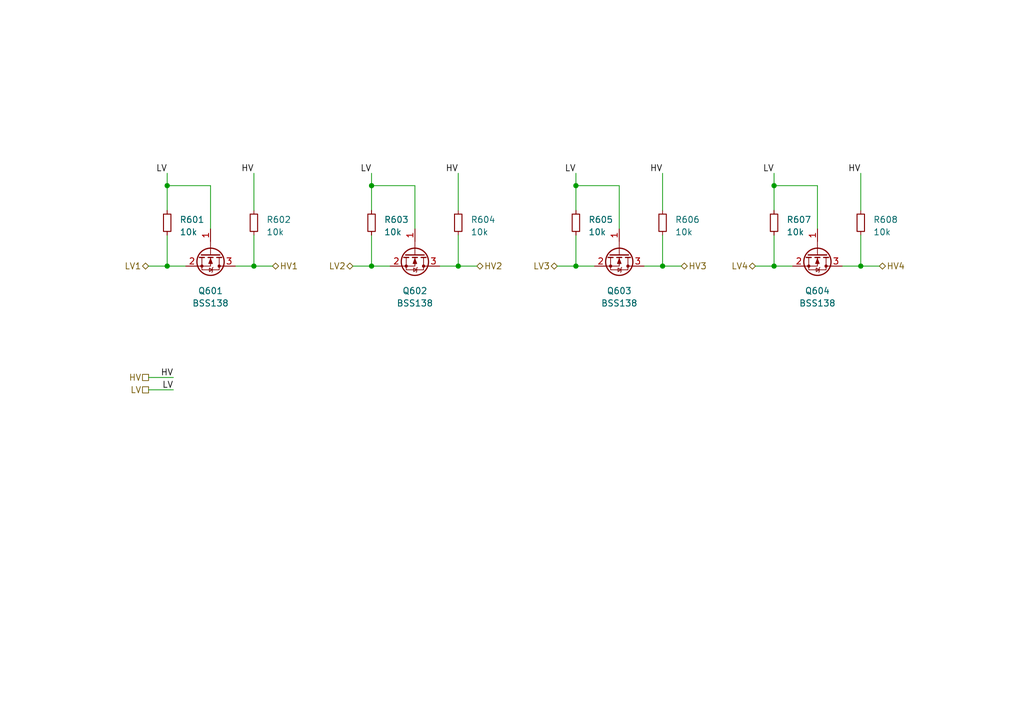
<source format=kicad_sch>
(kicad_sch (version 20230121) (generator eeschema)
  (paper "A5")
  (lib_symbols
    (symbol "Device:R_Small" (pin_numbers hide) (pin_names (offset 0.254) hide)
      (property "Reference" "R" (at 0.762 0.508 0))
      (property "Value" "R_Small" (at 0.762 -1.016 0))
      (symbol "R_Small_0_1"
        (rectangle (start -0.762 1.778) (end 0.762 -1.778) (stroke (width 0.2032)))
      )
      (symbol "R_Small_1_1"
        (pin passive line (at 0 2.54 270) (length 0.762) (name "~") (number "1"))
        (pin passive line (at 0 -2.54 90) (length 0.762) (name "~") (number "2"))
      )
    )
    (symbol "Transistor_FET:BSS138" (pin_names hide)
      (property "Reference" "Q" (at 5.08 1.905 0))
      (property "Value" "BSS138" (at 5.08 0 0))
      (symbol "BSS138_0_1"
        (polyline (pts (xy 0.254 0) (xy -2.54 0)))
        (polyline (pts (xy 0.254 1.905) (xy 0.254 -1.905)) (stroke (width 0.254)))
        (polyline (pts (xy 0.762 -1.27) (xy 0.762 -2.286)) (stroke (width 0.254)))
        (polyline (pts (xy 0.762 0.508) (xy 0.762 -0.508)) (stroke (width 0.254)))
        (polyline (pts (xy 0.762 2.286) (xy 0.762 1.27)) (stroke (width 0.254)))
        (polyline (pts (xy 2.54 2.54) (xy 2.54 1.778)))
        (polyline (pts (xy 2.54 -2.54) (xy 2.54 0) (xy 0.762 0)))
        (polyline (pts (xy 0.762 -1.778) (xy 3.302 -1.778) (xy 3.302 1.778) (xy 0.762 1.778)))
        (polyline (pts (xy 1.016 0) (xy 2.032 0.381) (xy 2.032 -0.381) (xy 1.016 0)) (fill (type outline)))
        (polyline (pts (xy 2.794 0.508) (xy 2.921 0.381) (xy 3.683 0.381) (xy 3.81 0.254)))
        (polyline (pts (xy 3.302 0.381) (xy 2.921 -0.254) (xy 3.683 -0.254) (xy 3.302 0.381)))
        (circle (center 1.651 0) (radius 2.794) (stroke (width 0.254)))
        (circle (center 2.54 -1.778) (radius 0.254) (fill (type outline)))
        (circle (center 2.54 1.778) (radius 0.254) (fill (type outline)))
      )
      (symbol "BSS138_1_1"
        (pin input line (at -5.08 0 0) (length 2.54) (name "G") (number "1"))
        (pin passive line (at 2.54 -5.08 90) (length 2.54) (name "S") (number "2"))
        (pin passive line (at 2.54 5.08 270) (length 2.54) (name "D") (number "3"))
      )
    )
  )
  (junction (at 76.2 38.1))
  (junction (at 176.53 54.61))
  (junction (at 52.07 54.61))
  (junction (at 158.75 54.61))
  (junction (at 34.29 54.61))
  (junction (at 93.98 54.61))
  (junction (at 158.75 38.1))
  (junction (at 34.29 38.1))
  (junction (at 76.2 54.61))
  (junction (at 118.11 38.1))
  (junction (at 118.11 54.61))
  (junction (at 135.89 54.61))
  (wire (pts (xy 118.11 35.56) (xy 118.11 38.1)))
  (wire (pts (xy 34.29 38.1) (xy 34.29 43.18)))
  (wire (pts (xy 114.3 54.61) (xy 118.11 54.61)))
  (wire (pts (xy 52.07 35.56) (xy 52.07 43.18)))
  (wire (pts (xy 158.75 54.61) (xy 162.56 54.61)))
  (wire (pts (xy 34.29 38.1) (xy 43.18 38.1)))
  (wire (pts (xy 72.39 54.61) (xy 76.2 54.61)))
  (wire (pts (xy 176.53 54.61) (xy 180.34 54.61)))
  (wire (pts (xy 127 46.99) (xy 127 38.1)))
  (wire (pts (xy 118.11 54.61) (xy 121.92 54.61)))
  (wire (pts (xy 34.29 48.26) (xy 34.29 54.61)))
  (wire (pts (xy 43.18 46.99) (xy 43.18 38.1)))
  (wire (pts (xy 52.07 54.61) (xy 55.88 54.61)))
  (wire (pts (xy 158.75 38.1) (xy 167.64 38.1)))
  (wire (pts (xy 154.94 54.61) (xy 158.75 54.61)))
  (wire (pts (xy 158.75 38.1) (xy 158.75 43.18)))
  (wire (pts (xy 34.29 35.56) (xy 34.29 38.1)))
  (wire (pts (xy 76.2 38.1) (xy 85.09 38.1)))
  (wire (pts (xy 158.75 48.26) (xy 158.75 54.61)))
  (wire (pts (xy 34.29 54.61) (xy 38.1 54.61)))
  (wire (pts (xy 85.09 46.99) (xy 85.09 38.1)))
  (wire (pts (xy 76.2 54.61) (xy 80.01 54.61)))
  (wire (pts (xy 135.89 35.56) (xy 135.89 43.18)))
  (wire (pts (xy 176.53 35.56) (xy 176.53 43.18)))
  (wire (pts (xy 167.64 46.99) (xy 167.64 38.1)))
  (wire (pts (xy 118.11 38.1) (xy 118.11 43.18)))
  (wire (pts (xy 172.72 54.61) (xy 176.53 54.61)))
  (wire (pts (xy 93.98 48.26) (xy 93.98 54.61)))
  (wire (pts (xy 30.48 77.47) (xy 35.56 77.47)))
  (wire (pts (xy 76.2 38.1) (xy 76.2 43.18)))
  (wire (pts (xy 30.48 80.01) (xy 35.56 80.01)))
  (wire (pts (xy 93.98 35.56) (xy 93.98 43.18)))
  (wire (pts (xy 93.98 54.61) (xy 97.79 54.61)))
  (wire (pts (xy 118.11 38.1) (xy 127 38.1)))
  (wire (pts (xy 52.07 48.26) (xy 52.07 54.61)))
  (wire (pts (xy 132.08 54.61) (xy 135.89 54.61)))
  (wire (pts (xy 176.53 48.26) (xy 176.53 54.61)))
  (wire (pts (xy 48.26 54.61) (xy 52.07 54.61)))
  (wire (pts (xy 135.89 48.26) (xy 135.89 54.61)))
  (wire (pts (xy 158.75 35.56) (xy 158.75 38.1)))
  (wire (pts (xy 135.89 54.61) (xy 139.7 54.61)))
  (wire (pts (xy 76.2 48.26) (xy 76.2 54.61)))
  (wire (pts (xy 90.17 54.61) (xy 93.98 54.61)))
  (wire (pts (xy 30.48 54.61) (xy 34.29 54.61)))
  (wire (pts (xy 76.2 35.56) (xy 76.2 38.1)))
  (wire (pts (xy 118.11 48.26) (xy 118.11 54.61)))
  (label "LV" (at 34.29 35.56 180))
  (label "HV" (at 52.07 35.56 180))
  (label "LV" (at 35.56 80.01 180))
  (label "HV" (at 176.53 35.56 180))
  (label "HV" (at 135.89 35.56 180))
  (label "LV" (at 158.75 35.56 180))
  (label "HV" (at 93.98 35.56 180))
  (label "LV" (at 76.2 35.56 180))
  (label "LV" (at 118.11 35.56 180))
  (label "HV" (at 35.56 77.47 180))
  (hierarchical_label "LV4" (shape bidirectional) (at 154.94 54.61 180))
  (hierarchical_label "HV2" (shape bidirectional) (at 97.79 54.61 0))
  (hierarchical_label "HV3" (shape bidirectional) (at 139.7 54.61 0))
  (hierarchical_label "HV1" (shape bidirectional) (at 55.88 54.61 0))
  (hierarchical_label "LV2" (shape bidirectional) (at 72.39 54.61 180))
  (hierarchical_label "HV4" (shape bidirectional) (at 180.34 54.61 0))
  (hierarchical_label "LV1" (shape bidirectional) (at 30.48 54.61 180))
  (hierarchical_label "LV" (shape passive) (at 30.48 80.01 180))
  (hierarchical_label "HV" (shape passive) (at 30.48 77.47 180))
  (hierarchical_label "LV3" (shape bidirectional) (at 114.3 54.61 180))
  (symbol (lib_id "Transistor_FET:BSS138") (at 167.64 52.07 270) (unit 1)
    (property "Reference" "Q604" (at 167.64 59.69 90))
    (property "Value" "BSS138" (at 167.64 62.23 90))
    (property "Footprint" "Package_TO_SOT_SMD:SOT-23" (effects hide))
    (property "Datasheet" "https://www.onsemi.com/pub/Collateral/BSS138-D.PDF" (effects hide))
  )
  (symbol (lib_id "Transistor_FET:BSS138") (at 85.09 52.07 270) (unit 1)
    (property "Reference" "Q602" (at 85.09 59.69 90))
    (property "Value" "BSS138" (at 85.09 62.23 90))
    (property "Footprint" "Package_TO_SOT_SMD:SOT-23" (effects hide))
    (property "Datasheet" "https://www.onsemi.com/pub/Collateral/BSS138-D.PDF" (effects hide))
  )
  (symbol (lib_id "Device:R_Small") (at 158.75 45.72 0) (unit 1)
    (property "Reference" "R607" (at 161.29 45.085 0) (effects (justify left)))
    (property "Value" "10k" (at 161.29 47.625 0) (effects (justify left)))
    (property "Footprint" "Resistor_SMD:R_0805_2012Metric_Pad1.20x1.40mm_HandSolder" (effects hide))
  )
  (symbol (lib_id "Transistor_FET:BSS138") (at 127 52.07 270) (unit 1)
    (property "Reference" "Q603" (at 127 59.69 90))
    (property "Value" "BSS138" (at 127 62.23 90))
    (property "Footprint" "Package_TO_SOT_SMD:SOT-23" (effects hide))
    (property "Datasheet" "https://www.onsemi.com/pub/Collateral/BSS138-D.PDF" (effects hide))
  )
  (symbol (lib_id "Device:R_Small") (at 52.07 45.72 0) (unit 1)
    (property "Reference" "R602" (at 54.61 45.085 0) (effects (justify left)))
    (property "Value" "10k" (at 54.61 47.625 0) (effects (justify left)))
    (property "Footprint" "Resistor_SMD:R_0805_2012Metric_Pad1.20x1.40mm_HandSolder" (effects hide))
  )
  (symbol (lib_id "Device:R_Small") (at 93.98 45.72 0) (unit 1)
    (property "Reference" "R604" (at 96.52 45.085 0) (effects (justify left)))
    (property "Value" "10k" (at 96.52 47.625 0) (effects (justify left)))
    (property "Footprint" "Resistor_SMD:R_0805_2012Metric_Pad1.20x1.40mm_HandSolder" (effects hide))
  )
  (symbol (lib_id "Device:R_Small") (at 176.53 45.72 0) (unit 1)
    (property "Reference" "R608" (at 179.07 45.085 0) (effects (justify left)))
    (property "Value" "10k" (at 179.07 47.625 0) (effects (justify left)))
    (property "Footprint" "Resistor_SMD:R_0805_2012Metric_Pad1.20x1.40mm_HandSolder" (effects hide))
  )
  (symbol (lib_id "Device:R_Small") (at 118.11 45.72 0) (unit 1)
    (property "Reference" "R605" (at 120.65 45.085 0) (effects (justify left)))
    (property "Value" "10k" (at 120.65 47.625 0) (effects (justify left)))
    (property "Footprint" "Resistor_SMD:R_0805_2012Metric_Pad1.20x1.40mm_HandSolder" (effects hide))
  )
  (symbol (lib_id "Transistor_FET:BSS138") (at 43.18 52.07 270) (unit 1)
    (property "Reference" "Q601" (at 43.18 59.69 90))
    (property "Value" "BSS138" (at 43.18 62.23 90))
    (property "Footprint" "Package_TO_SOT_SMD:SOT-23" (effects hide))
    (property "Datasheet" "https://www.onsemi.com/pub/Collateral/BSS138-D.PDF" (effects hide))
  )
  (symbol (lib_id "Device:R_Small") (at 34.29 45.72 0) (unit 1)
    (property "Reference" "R601" (at 36.83 45.085 0) (effects (justify left)))
    (property "Value" "10k" (at 36.83 47.625 0) (effects (justify left)))
    (property "Footprint" "Resistor_SMD:R_0805_2012Metric_Pad1.20x1.40mm_HandSolder" (effects hide))
  )
  (symbol (lib_id "Device:R_Small") (at 76.2 45.72 0) (unit 1)
    (property "Reference" "R603" (at 78.74 45.085 0) (effects (justify left)))
    (property "Value" "10k" (at 78.74 47.625 0) (effects (justify left)))
    (property "Footprint" "Resistor_SMD:R_0805_2012Metric_Pad1.20x1.40mm_HandSolder" (effects hide))
  )
  (symbol (lib_id "Device:R_Small") (at 135.89 45.72 0) (unit 1)
    (property "Reference" "R606" (at 138.43 45.085 0) (effects (justify left)))
    (property "Value" "10k" (at 138.43 47.625 0) (effects (justify left)))
    (property "Footprint" "Resistor_SMD:R_0805_2012Metric_Pad1.20x1.40mm_HandSolder" (effects hide))
  )
)
</source>
